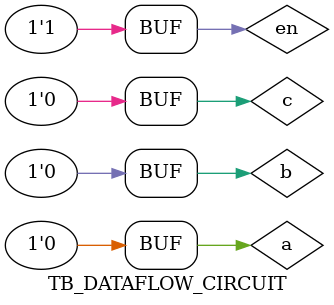
<source format=v>
module TB_DATAFLOW_CIRCUIT;

	reg a, b, c, en; 
	wire [0:7] d;
	
	DATAFLOW_CIRCUIT DF (a, b, c, en, d);

	initial 
	begin
		a = 1; b = 1; c = 1; en = 0;
		#5 a = 0; b = 1; c = 1; en = 1;
		#5 a = 1; b = 0; c = 1; en = 1;
		#5 a = 0; b = 1; c = 0; en = 1;
		#5 a = 1; b = 1; c = 0; en = 0;
		#5 a = 0; b = 0; c = 1; en = 1;
		#5 a = 0; b = 0; c = 0; en = 1;
	end

	initial 
		$monitor ($time, " OUT = %b", d);		

endmodule
</source>
